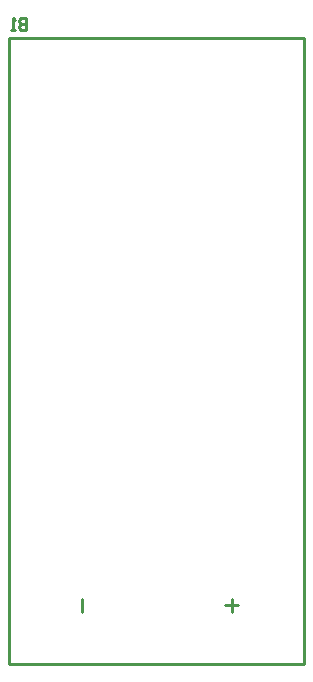
<source format=gbo>
G04*
G04 #@! TF.GenerationSoftware,Altium Limited,Altium Designer,20.2.3 (150)*
G04*
G04 Layer_Color=32896*
%FSLAX25Y25*%
%MOIN*%
G70*
G04*
G04 #@! TF.SameCoordinates,B26AD540-6E08-4B25-974C-445F4708D01E*
G04*
G04*
G04 #@! TF.FilePolarity,Positive*
G04*
G01*
G75*
%ADD13C,0.01000*%
D13*
X581000Y121980D02*
Y126311D01*
X628835Y124146D02*
X633165D01*
X631000Y121980D02*
Y126311D01*
X556787Y104461D02*
X655213D01*
X556787D02*
Y313122D01*
X655213D01*
Y104461D02*
Y313122D01*
X562624Y319968D02*
Y316032D01*
X560656D01*
X560000Y316688D01*
Y317344D01*
X560656Y318000D01*
X562624D01*
X560656D01*
X560000Y318656D01*
Y319312D01*
X560656Y319968D01*
X562624D01*
X558688Y316032D02*
X557376D01*
X558032D01*
Y319968D01*
X558688Y319312D01*
M02*

</source>
